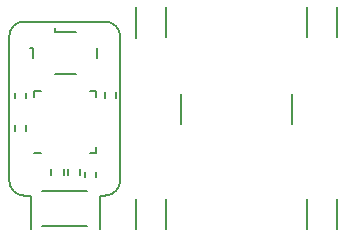
<source format=gbo>
G04 #@! TF.FileFunction,Legend,Bot*
%FSLAX46Y46*%
G04 Gerber Fmt 4.6, Leading zero omitted, Abs format (unit mm)*
G04 Created by KiCad (PCBNEW 4.0.5+dfsg1-4) date Sun Jun 17 23:04:47 2018*
%MOMM*%
%LPD*%
G01*
G04 APERTURE LIST*
%ADD10C,0.100000*%
%ADD11C,0.150000*%
G04 APERTURE END LIST*
D10*
D11*
X170129200Y-101600000D02*
X169672000Y-101600000D01*
X169672000Y-101600000D02*
X169672000Y-104394000D01*
X163830000Y-104394000D02*
X163830000Y-101600000D01*
X163283900Y-101600000D02*
X163830000Y-101600000D01*
X172720000Y-85598000D02*
X172720000Y-88265000D01*
X175260000Y-88138000D02*
X175260000Y-85598000D01*
X185928000Y-95504000D02*
X185928000Y-92964000D01*
X176530000Y-92964000D02*
X176530000Y-95504000D01*
X172720000Y-104394000D02*
X172720000Y-101854000D01*
X175260000Y-101854000D02*
X175260000Y-104394000D01*
X187198000Y-104394000D02*
X187198000Y-101854000D01*
X189738000Y-101854000D02*
X189738000Y-104394000D01*
X187198000Y-88138000D02*
X187198000Y-85598000D01*
X189738000Y-85598000D02*
X189738000Y-88138000D01*
X171403527Y-100332115D02*
X171403527Y-88140115D01*
X170133527Y-86870115D02*
G75*
G02X171403528Y-88140114I1J-1270000D01*
G01*
X170133527Y-86870115D02*
X163275527Y-86870115D01*
X171403527Y-100332115D02*
G75*
G02X170133527Y-101602115I-1270000J0D01*
G01*
X163275528Y-101602114D02*
G75*
G02X162005527Y-100332115I-1J1270000D01*
G01*
X162005527Y-100332115D02*
X162005527Y-88140115D01*
X162005527Y-88140115D02*
G75*
G02X163275526Y-86870114I1270000J1D01*
G01*
X170086000Y-93341000D02*
X170086000Y-92841000D01*
X171036000Y-92841000D02*
X171036000Y-93341000D01*
X162466000Y-93383000D02*
X162466000Y-92883000D01*
X163416000Y-92883000D02*
X163416000Y-93383000D01*
X169385000Y-99572000D02*
X169385000Y-100072000D01*
X168435000Y-100072000D02*
X168435000Y-99572000D01*
X163416000Y-95635000D02*
X163416000Y-96135000D01*
X162466000Y-96135000D02*
X162466000Y-95635000D01*
X166988000Y-99887000D02*
X166988000Y-99387000D01*
X168038000Y-99387000D02*
X168038000Y-99887000D01*
X165591000Y-99876000D02*
X165591000Y-99376000D01*
X166641000Y-99376000D02*
X166641000Y-99876000D01*
X169389000Y-97998000D02*
X169389000Y-97473000D01*
X164139000Y-92748000D02*
X164139000Y-93273000D01*
X169389000Y-92748000D02*
X169389000Y-93273000D01*
X164139000Y-97998000D02*
X164664000Y-97998000D01*
X164139000Y-92748000D02*
X164664000Y-92748000D01*
X169389000Y-92748000D02*
X168864000Y-92748000D01*
X169389000Y-97998000D02*
X168864000Y-97998000D01*
X165851000Y-87735000D02*
X165851000Y-87435000D01*
X164051000Y-89135000D02*
X163751000Y-89135000D01*
X165851000Y-87735000D02*
X167651000Y-87735000D01*
X169451000Y-89135000D02*
X169451000Y-89935000D01*
X167651000Y-91335000D02*
X165851000Y-91335000D01*
X164051000Y-89935000D02*
X164051000Y-89135000D01*
X164829000Y-104178000D02*
X168629000Y-104178000D01*
X164829000Y-101178000D02*
X168629000Y-101178000D01*
M02*

</source>
